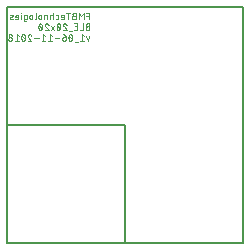
<source format=gbr>
G04 EAGLE Gerber X2 export*
%TF.Part,Single*%
%TF.FileFunction,Legend,Bot,1*%
%TF.FilePolarity,Positive*%
%TF.GenerationSoftware,Autodesk,EAGLE,9.0.0*%
%TF.CreationDate,2018-06-19T20:39:02Z*%
G75*
%MOMM*%
%FSLAX34Y34*%
%LPD*%
%AMOC8*
5,1,8,0,0,1.08239X$1,22.5*%
G01*
%ADD10C,0.050800*%
%ADD11C,0.152400*%


D10*
X69746Y189542D02*
X69746Y195130D01*
X67262Y195130D01*
X67262Y192646D02*
X69746Y192646D01*
X64947Y195130D02*
X64947Y189542D01*
X63084Y192026D02*
X64947Y195130D01*
X63084Y192026D02*
X61222Y195130D01*
X61222Y189542D01*
X58336Y192646D02*
X56783Y192646D01*
X56706Y192644D01*
X56628Y192638D01*
X56552Y192629D01*
X56475Y192615D01*
X56400Y192598D01*
X56326Y192577D01*
X56252Y192552D01*
X56180Y192524D01*
X56110Y192492D01*
X56041Y192457D01*
X55974Y192418D01*
X55909Y192376D01*
X55846Y192331D01*
X55785Y192283D01*
X55727Y192232D01*
X55672Y192178D01*
X55619Y192121D01*
X55570Y192062D01*
X55523Y192000D01*
X55479Y191936D01*
X55439Y191870D01*
X55402Y191802D01*
X55368Y191732D01*
X55338Y191661D01*
X55312Y191588D01*
X55289Y191514D01*
X55270Y191439D01*
X55255Y191364D01*
X55243Y191287D01*
X55235Y191210D01*
X55231Y191133D01*
X55231Y191055D01*
X55235Y190978D01*
X55243Y190901D01*
X55255Y190824D01*
X55270Y190749D01*
X55289Y190674D01*
X55312Y190600D01*
X55338Y190527D01*
X55368Y190456D01*
X55402Y190386D01*
X55439Y190318D01*
X55479Y190252D01*
X55523Y190188D01*
X55570Y190126D01*
X55619Y190067D01*
X55672Y190010D01*
X55727Y189956D01*
X55785Y189905D01*
X55846Y189857D01*
X55909Y189812D01*
X55974Y189770D01*
X56041Y189731D01*
X56110Y189696D01*
X56180Y189664D01*
X56252Y189636D01*
X56326Y189611D01*
X56400Y189590D01*
X56475Y189573D01*
X56552Y189559D01*
X56628Y189550D01*
X56706Y189544D01*
X56783Y189542D01*
X58336Y189542D01*
X58336Y195130D01*
X56783Y195130D01*
X56713Y195128D01*
X56644Y195122D01*
X56575Y195112D01*
X56507Y195099D01*
X56439Y195081D01*
X56373Y195060D01*
X56308Y195035D01*
X56244Y195007D01*
X56182Y194975D01*
X56122Y194940D01*
X56064Y194901D01*
X56009Y194859D01*
X55955Y194814D01*
X55905Y194766D01*
X55857Y194716D01*
X55812Y194662D01*
X55770Y194607D01*
X55731Y194549D01*
X55696Y194489D01*
X55664Y194427D01*
X55636Y194363D01*
X55611Y194298D01*
X55590Y194232D01*
X55572Y194164D01*
X55559Y194096D01*
X55549Y194027D01*
X55543Y193958D01*
X55541Y193888D01*
X55543Y193818D01*
X55549Y193749D01*
X55559Y193680D01*
X55572Y193612D01*
X55590Y193544D01*
X55611Y193478D01*
X55636Y193413D01*
X55664Y193349D01*
X55696Y193287D01*
X55731Y193227D01*
X55770Y193169D01*
X55812Y193114D01*
X55857Y193060D01*
X55905Y193010D01*
X55955Y192962D01*
X56009Y192917D01*
X56064Y192875D01*
X56122Y192836D01*
X56182Y192801D01*
X56244Y192769D01*
X56308Y192741D01*
X56373Y192716D01*
X56439Y192695D01*
X56507Y192677D01*
X56575Y192664D01*
X56644Y192654D01*
X56713Y192648D01*
X56783Y192646D01*
X51929Y195130D02*
X51929Y189542D01*
X53481Y195130D02*
X50376Y195130D01*
X47484Y189542D02*
X45932Y189542D01*
X47484Y189542D02*
X47542Y189544D01*
X47601Y189549D01*
X47658Y189558D01*
X47716Y189571D01*
X47772Y189588D01*
X47827Y189607D01*
X47880Y189631D01*
X47933Y189657D01*
X47983Y189687D01*
X48031Y189720D01*
X48077Y189756D01*
X48121Y189794D01*
X48163Y189836D01*
X48201Y189880D01*
X48237Y189926D01*
X48270Y189974D01*
X48300Y190024D01*
X48326Y190077D01*
X48350Y190130D01*
X48369Y190185D01*
X48386Y190241D01*
X48399Y190299D01*
X48408Y190356D01*
X48413Y190415D01*
X48415Y190473D01*
X48416Y190473D02*
X48416Y192026D01*
X48414Y192096D01*
X48408Y192165D01*
X48398Y192234D01*
X48385Y192302D01*
X48367Y192370D01*
X48346Y192436D01*
X48321Y192501D01*
X48293Y192565D01*
X48261Y192627D01*
X48226Y192687D01*
X48187Y192745D01*
X48145Y192800D01*
X48100Y192854D01*
X48052Y192904D01*
X48002Y192952D01*
X47948Y192997D01*
X47893Y193039D01*
X47835Y193078D01*
X47775Y193113D01*
X47713Y193145D01*
X47649Y193173D01*
X47584Y193198D01*
X47518Y193219D01*
X47450Y193237D01*
X47382Y193250D01*
X47313Y193260D01*
X47244Y193266D01*
X47174Y193268D01*
X47104Y193266D01*
X47035Y193260D01*
X46966Y193250D01*
X46898Y193237D01*
X46830Y193219D01*
X46764Y193198D01*
X46699Y193173D01*
X46635Y193145D01*
X46573Y193113D01*
X46513Y193078D01*
X46455Y193039D01*
X46400Y192997D01*
X46346Y192952D01*
X46296Y192904D01*
X46248Y192854D01*
X46203Y192800D01*
X46161Y192745D01*
X46122Y192687D01*
X46087Y192627D01*
X46055Y192565D01*
X46027Y192501D01*
X46002Y192436D01*
X45981Y192370D01*
X45963Y192302D01*
X45950Y192234D01*
X45940Y192165D01*
X45934Y192096D01*
X45932Y192026D01*
X45932Y191405D01*
X48416Y191405D01*
X42723Y189542D02*
X41481Y189542D01*
X42723Y189542D02*
X42781Y189544D01*
X42840Y189549D01*
X42897Y189558D01*
X42955Y189571D01*
X43011Y189588D01*
X43066Y189607D01*
X43119Y189631D01*
X43172Y189657D01*
X43222Y189687D01*
X43270Y189720D01*
X43316Y189756D01*
X43360Y189794D01*
X43402Y189836D01*
X43440Y189880D01*
X43476Y189926D01*
X43509Y189974D01*
X43539Y190024D01*
X43565Y190077D01*
X43589Y190130D01*
X43608Y190185D01*
X43625Y190241D01*
X43638Y190299D01*
X43647Y190356D01*
X43652Y190415D01*
X43654Y190473D01*
X43654Y192336D01*
X43652Y192394D01*
X43647Y192453D01*
X43638Y192510D01*
X43625Y192568D01*
X43608Y192624D01*
X43589Y192679D01*
X43565Y192732D01*
X43539Y192785D01*
X43509Y192835D01*
X43476Y192883D01*
X43440Y192929D01*
X43402Y192973D01*
X43360Y193015D01*
X43316Y193053D01*
X43270Y193089D01*
X43222Y193122D01*
X43172Y193152D01*
X43119Y193178D01*
X43066Y193202D01*
X43011Y193221D01*
X42955Y193238D01*
X42897Y193251D01*
X42840Y193260D01*
X42781Y193265D01*
X42723Y193267D01*
X41481Y193267D01*
X39272Y195130D02*
X39272Y189542D01*
X39272Y193267D02*
X37719Y193267D01*
X37661Y193265D01*
X37602Y193260D01*
X37545Y193251D01*
X37487Y193238D01*
X37431Y193221D01*
X37376Y193202D01*
X37323Y193178D01*
X37270Y193152D01*
X37220Y193122D01*
X37172Y193089D01*
X37126Y193053D01*
X37082Y193015D01*
X37040Y192973D01*
X37002Y192929D01*
X36966Y192883D01*
X36933Y192835D01*
X36903Y192785D01*
X36877Y192732D01*
X36853Y192679D01*
X36834Y192624D01*
X36817Y192568D01*
X36804Y192510D01*
X36795Y192453D01*
X36790Y192394D01*
X36788Y192336D01*
X36788Y189542D01*
X34151Y189542D02*
X34151Y193267D01*
X32599Y193267D01*
X32541Y193265D01*
X32482Y193260D01*
X32425Y193251D01*
X32367Y193238D01*
X32311Y193221D01*
X32256Y193202D01*
X32203Y193178D01*
X32150Y193152D01*
X32100Y193122D01*
X32052Y193089D01*
X32006Y193053D01*
X31962Y193015D01*
X31920Y192973D01*
X31882Y192929D01*
X31846Y192883D01*
X31813Y192835D01*
X31783Y192785D01*
X31757Y192732D01*
X31733Y192679D01*
X31714Y192624D01*
X31697Y192568D01*
X31684Y192510D01*
X31675Y192453D01*
X31670Y192394D01*
X31668Y192336D01*
X31668Y189542D01*
X29213Y190784D02*
X29213Y192026D01*
X29214Y192026D02*
X29212Y192096D01*
X29206Y192165D01*
X29196Y192234D01*
X29183Y192302D01*
X29165Y192370D01*
X29144Y192436D01*
X29119Y192501D01*
X29091Y192565D01*
X29059Y192627D01*
X29024Y192687D01*
X28985Y192745D01*
X28943Y192800D01*
X28898Y192854D01*
X28850Y192904D01*
X28800Y192952D01*
X28746Y192997D01*
X28691Y193039D01*
X28633Y193078D01*
X28573Y193113D01*
X28511Y193145D01*
X28447Y193173D01*
X28382Y193198D01*
X28316Y193219D01*
X28248Y193237D01*
X28180Y193250D01*
X28111Y193260D01*
X28042Y193266D01*
X27972Y193268D01*
X27902Y193266D01*
X27833Y193260D01*
X27764Y193250D01*
X27696Y193237D01*
X27628Y193219D01*
X27562Y193198D01*
X27497Y193173D01*
X27433Y193145D01*
X27371Y193113D01*
X27311Y193078D01*
X27253Y193039D01*
X27198Y192997D01*
X27144Y192952D01*
X27094Y192904D01*
X27046Y192854D01*
X27001Y192800D01*
X26959Y192745D01*
X26920Y192687D01*
X26885Y192627D01*
X26853Y192565D01*
X26825Y192501D01*
X26800Y192436D01*
X26779Y192370D01*
X26761Y192302D01*
X26748Y192234D01*
X26738Y192165D01*
X26732Y192096D01*
X26730Y192026D01*
X26730Y190784D01*
X26732Y190714D01*
X26738Y190645D01*
X26748Y190576D01*
X26761Y190508D01*
X26779Y190440D01*
X26800Y190374D01*
X26825Y190309D01*
X26853Y190245D01*
X26885Y190183D01*
X26920Y190123D01*
X26959Y190065D01*
X27001Y190010D01*
X27046Y189956D01*
X27094Y189906D01*
X27144Y189858D01*
X27198Y189813D01*
X27253Y189771D01*
X27311Y189732D01*
X27371Y189697D01*
X27433Y189665D01*
X27497Y189637D01*
X27562Y189612D01*
X27628Y189591D01*
X27696Y189573D01*
X27764Y189560D01*
X27833Y189550D01*
X27902Y189544D01*
X27972Y189542D01*
X28042Y189544D01*
X28111Y189550D01*
X28180Y189560D01*
X28248Y189573D01*
X28316Y189591D01*
X28382Y189612D01*
X28447Y189637D01*
X28511Y189665D01*
X28573Y189697D01*
X28633Y189732D01*
X28691Y189771D01*
X28746Y189813D01*
X28800Y189858D01*
X28850Y189906D01*
X28898Y189956D01*
X28943Y190010D01*
X28985Y190065D01*
X29024Y190123D01*
X29059Y190183D01*
X29091Y190245D01*
X29119Y190309D01*
X29144Y190374D01*
X29165Y190440D01*
X29183Y190508D01*
X29196Y190576D01*
X29206Y190645D01*
X29212Y190714D01*
X29214Y190784D01*
X24389Y190473D02*
X24389Y195130D01*
X24389Y190473D02*
X24387Y190415D01*
X24382Y190356D01*
X24373Y190299D01*
X24360Y190241D01*
X24343Y190185D01*
X24324Y190130D01*
X24300Y190077D01*
X24274Y190024D01*
X24244Y189974D01*
X24211Y189926D01*
X24175Y189880D01*
X24137Y189836D01*
X24095Y189794D01*
X24051Y189756D01*
X24005Y189720D01*
X23957Y189687D01*
X23907Y189657D01*
X23854Y189631D01*
X23801Y189607D01*
X23746Y189588D01*
X23690Y189571D01*
X23632Y189558D01*
X23575Y189549D01*
X23516Y189544D01*
X23458Y189542D01*
X21532Y190784D02*
X21532Y192026D01*
X21533Y192026D02*
X21531Y192096D01*
X21525Y192165D01*
X21515Y192234D01*
X21502Y192302D01*
X21484Y192370D01*
X21463Y192436D01*
X21438Y192501D01*
X21410Y192565D01*
X21378Y192627D01*
X21343Y192687D01*
X21304Y192745D01*
X21262Y192800D01*
X21217Y192854D01*
X21169Y192904D01*
X21119Y192952D01*
X21065Y192997D01*
X21010Y193039D01*
X20952Y193078D01*
X20892Y193113D01*
X20830Y193145D01*
X20766Y193173D01*
X20701Y193198D01*
X20635Y193219D01*
X20567Y193237D01*
X20499Y193250D01*
X20430Y193260D01*
X20361Y193266D01*
X20291Y193268D01*
X20221Y193266D01*
X20152Y193260D01*
X20083Y193250D01*
X20015Y193237D01*
X19947Y193219D01*
X19881Y193198D01*
X19816Y193173D01*
X19752Y193145D01*
X19690Y193113D01*
X19630Y193078D01*
X19572Y193039D01*
X19517Y192997D01*
X19463Y192952D01*
X19413Y192904D01*
X19365Y192854D01*
X19320Y192800D01*
X19278Y192745D01*
X19239Y192687D01*
X19204Y192627D01*
X19172Y192565D01*
X19144Y192501D01*
X19119Y192436D01*
X19098Y192370D01*
X19080Y192302D01*
X19067Y192234D01*
X19057Y192165D01*
X19051Y192096D01*
X19049Y192026D01*
X19049Y190784D01*
X19051Y190714D01*
X19057Y190645D01*
X19067Y190576D01*
X19080Y190508D01*
X19098Y190440D01*
X19119Y190374D01*
X19144Y190309D01*
X19172Y190245D01*
X19204Y190183D01*
X19239Y190123D01*
X19278Y190065D01*
X19320Y190010D01*
X19365Y189956D01*
X19413Y189906D01*
X19463Y189858D01*
X19517Y189813D01*
X19572Y189771D01*
X19630Y189732D01*
X19690Y189697D01*
X19752Y189665D01*
X19816Y189637D01*
X19881Y189612D01*
X19947Y189591D01*
X20015Y189573D01*
X20083Y189560D01*
X20152Y189550D01*
X20221Y189544D01*
X20291Y189542D01*
X20361Y189544D01*
X20430Y189550D01*
X20499Y189560D01*
X20567Y189573D01*
X20635Y189591D01*
X20701Y189612D01*
X20766Y189637D01*
X20830Y189665D01*
X20892Y189697D01*
X20952Y189732D01*
X21010Y189771D01*
X21065Y189813D01*
X21119Y189858D01*
X21169Y189906D01*
X21217Y189956D01*
X21262Y190010D01*
X21304Y190065D01*
X21343Y190123D01*
X21378Y190183D01*
X21410Y190245D01*
X21438Y190309D01*
X21463Y190374D01*
X21484Y190440D01*
X21502Y190508D01*
X21515Y190576D01*
X21525Y190645D01*
X21531Y190714D01*
X21533Y190784D01*
X15875Y189542D02*
X14323Y189542D01*
X15875Y189542D02*
X15933Y189544D01*
X15992Y189549D01*
X16049Y189558D01*
X16107Y189571D01*
X16163Y189588D01*
X16218Y189607D01*
X16271Y189631D01*
X16324Y189657D01*
X16374Y189687D01*
X16422Y189720D01*
X16468Y189756D01*
X16512Y189794D01*
X16554Y189836D01*
X16592Y189880D01*
X16628Y189926D01*
X16661Y189974D01*
X16691Y190024D01*
X16717Y190077D01*
X16741Y190130D01*
X16760Y190185D01*
X16777Y190241D01*
X16790Y190299D01*
X16799Y190356D01*
X16804Y190415D01*
X16806Y190473D01*
X16806Y192336D01*
X16804Y192394D01*
X16799Y192453D01*
X16790Y192510D01*
X16777Y192568D01*
X16760Y192624D01*
X16741Y192679D01*
X16717Y192732D01*
X16691Y192785D01*
X16661Y192835D01*
X16628Y192883D01*
X16592Y192929D01*
X16554Y192973D01*
X16512Y193015D01*
X16468Y193053D01*
X16422Y193089D01*
X16374Y193122D01*
X16324Y193152D01*
X16271Y193178D01*
X16218Y193202D01*
X16163Y193221D01*
X16107Y193238D01*
X16049Y193251D01*
X15992Y193260D01*
X15933Y193265D01*
X15875Y193267D01*
X14323Y193267D01*
X14323Y188611D01*
X14325Y188550D01*
X14331Y188489D01*
X14341Y188429D01*
X14355Y188370D01*
X14372Y188312D01*
X14394Y188255D01*
X14419Y188199D01*
X14448Y188146D01*
X14480Y188094D01*
X14515Y188044D01*
X14554Y187997D01*
X14596Y187953D01*
X14640Y187911D01*
X14687Y187872D01*
X14737Y187837D01*
X14788Y187805D01*
X14842Y187776D01*
X14898Y187751D01*
X14955Y187729D01*
X15013Y187712D01*
X15072Y187698D01*
X15132Y187688D01*
X15193Y187682D01*
X15254Y187680D01*
X15254Y187679D02*
X16496Y187679D01*
X11878Y189542D02*
X11878Y193267D01*
X12033Y194820D02*
X12033Y195130D01*
X11723Y195130D01*
X11723Y194820D01*
X12033Y194820D01*
X8714Y189542D02*
X7162Y189542D01*
X8714Y189542D02*
X8772Y189544D01*
X8831Y189549D01*
X8888Y189558D01*
X8946Y189571D01*
X9002Y189588D01*
X9057Y189607D01*
X9110Y189631D01*
X9163Y189657D01*
X9213Y189687D01*
X9261Y189720D01*
X9307Y189756D01*
X9351Y189794D01*
X9393Y189836D01*
X9431Y189880D01*
X9467Y189926D01*
X9500Y189974D01*
X9530Y190024D01*
X9556Y190077D01*
X9580Y190130D01*
X9599Y190185D01*
X9616Y190241D01*
X9629Y190299D01*
X9638Y190356D01*
X9643Y190415D01*
X9645Y190473D01*
X9645Y192026D01*
X9646Y192026D02*
X9644Y192096D01*
X9638Y192165D01*
X9628Y192234D01*
X9615Y192302D01*
X9597Y192370D01*
X9576Y192436D01*
X9551Y192501D01*
X9523Y192565D01*
X9491Y192627D01*
X9456Y192687D01*
X9417Y192745D01*
X9375Y192800D01*
X9330Y192854D01*
X9282Y192904D01*
X9232Y192952D01*
X9178Y192997D01*
X9123Y193039D01*
X9065Y193078D01*
X9005Y193113D01*
X8943Y193145D01*
X8879Y193173D01*
X8814Y193198D01*
X8748Y193219D01*
X8680Y193237D01*
X8612Y193250D01*
X8543Y193260D01*
X8474Y193266D01*
X8404Y193268D01*
X8334Y193266D01*
X8265Y193260D01*
X8196Y193250D01*
X8128Y193237D01*
X8060Y193219D01*
X7994Y193198D01*
X7929Y193173D01*
X7865Y193145D01*
X7803Y193113D01*
X7743Y193078D01*
X7685Y193039D01*
X7630Y192997D01*
X7576Y192952D01*
X7526Y192904D01*
X7478Y192854D01*
X7433Y192800D01*
X7391Y192745D01*
X7352Y192687D01*
X7317Y192627D01*
X7285Y192565D01*
X7257Y192501D01*
X7232Y192436D01*
X7211Y192370D01*
X7193Y192302D01*
X7180Y192234D01*
X7170Y192165D01*
X7164Y192096D01*
X7162Y192026D01*
X7162Y191405D01*
X9645Y191405D01*
X4425Y191715D02*
X2873Y191094D01*
X4425Y191715D02*
X4476Y191737D01*
X4525Y191763D01*
X4573Y191792D01*
X4618Y191825D01*
X4661Y191861D01*
X4702Y191899D01*
X4739Y191941D01*
X4774Y191984D01*
X4806Y192030D01*
X4834Y192079D01*
X4859Y192129D01*
X4880Y192180D01*
X4898Y192233D01*
X4912Y192287D01*
X4922Y192342D01*
X4928Y192398D01*
X4931Y192453D01*
X4930Y192509D01*
X4924Y192565D01*
X4915Y192620D01*
X4903Y192674D01*
X4886Y192728D01*
X4866Y192780D01*
X4842Y192830D01*
X4815Y192879D01*
X4784Y192926D01*
X4750Y192970D01*
X4714Y193012D01*
X4674Y193052D01*
X4632Y193088D01*
X4587Y193122D01*
X4540Y193152D01*
X4492Y193179D01*
X4441Y193203D01*
X4389Y193223D01*
X4335Y193239D01*
X4281Y193252D01*
X4226Y193261D01*
X4170Y193266D01*
X4114Y193267D01*
X4115Y193268D02*
X4004Y193264D01*
X3893Y193258D01*
X3783Y193247D01*
X3673Y193233D01*
X3563Y193216D01*
X3454Y193196D01*
X3346Y193172D01*
X3239Y193144D01*
X3132Y193113D01*
X3027Y193079D01*
X2922Y193042D01*
X2819Y193001D01*
X2717Y192957D01*
X2873Y191094D02*
X2822Y191072D01*
X2773Y191046D01*
X2725Y191017D01*
X2680Y190984D01*
X2637Y190948D01*
X2596Y190910D01*
X2559Y190868D01*
X2524Y190825D01*
X2492Y190779D01*
X2464Y190730D01*
X2439Y190680D01*
X2418Y190629D01*
X2400Y190576D01*
X2386Y190522D01*
X2376Y190467D01*
X2370Y190411D01*
X2367Y190356D01*
X2368Y190300D01*
X2374Y190244D01*
X2383Y190189D01*
X2395Y190135D01*
X2412Y190081D01*
X2432Y190029D01*
X2456Y189979D01*
X2483Y189930D01*
X2514Y189883D01*
X2548Y189839D01*
X2584Y189797D01*
X2624Y189757D01*
X2666Y189721D01*
X2711Y189687D01*
X2758Y189657D01*
X2806Y189630D01*
X2857Y189606D01*
X2909Y189586D01*
X2963Y189570D01*
X3017Y189557D01*
X3072Y189548D01*
X3128Y189543D01*
X3184Y189542D01*
X3183Y189542D02*
X3317Y189545D01*
X3451Y189552D01*
X3585Y189563D01*
X3718Y189576D01*
X3851Y189594D01*
X3984Y189614D01*
X4116Y189638D01*
X4247Y189666D01*
X4378Y189696D01*
X4507Y189730D01*
X4636Y189768D01*
X4764Y189808D01*
X4891Y189852D01*
X68194Y183502D02*
X69746Y183502D01*
X68194Y183502D02*
X68117Y183500D01*
X68039Y183494D01*
X67963Y183485D01*
X67886Y183471D01*
X67811Y183454D01*
X67737Y183433D01*
X67663Y183408D01*
X67591Y183380D01*
X67521Y183348D01*
X67452Y183313D01*
X67385Y183274D01*
X67320Y183232D01*
X67257Y183187D01*
X67196Y183139D01*
X67138Y183088D01*
X67083Y183034D01*
X67030Y182977D01*
X66981Y182918D01*
X66934Y182856D01*
X66890Y182792D01*
X66850Y182726D01*
X66813Y182658D01*
X66779Y182588D01*
X66749Y182517D01*
X66723Y182444D01*
X66700Y182370D01*
X66681Y182295D01*
X66666Y182220D01*
X66654Y182143D01*
X66646Y182066D01*
X66642Y181989D01*
X66642Y181911D01*
X66646Y181834D01*
X66654Y181757D01*
X66666Y181680D01*
X66681Y181605D01*
X66700Y181530D01*
X66723Y181456D01*
X66749Y181383D01*
X66779Y181312D01*
X66813Y181242D01*
X66850Y181174D01*
X66890Y181108D01*
X66934Y181044D01*
X66981Y180982D01*
X67030Y180923D01*
X67083Y180866D01*
X67138Y180812D01*
X67196Y180761D01*
X67257Y180713D01*
X67320Y180668D01*
X67385Y180626D01*
X67452Y180587D01*
X67521Y180552D01*
X67591Y180520D01*
X67663Y180492D01*
X67737Y180467D01*
X67811Y180446D01*
X67886Y180429D01*
X67963Y180415D01*
X68039Y180406D01*
X68117Y180400D01*
X68194Y180398D01*
X69746Y180398D01*
X69746Y185986D01*
X68194Y185986D01*
X68124Y185984D01*
X68055Y185978D01*
X67986Y185968D01*
X67918Y185955D01*
X67850Y185937D01*
X67784Y185916D01*
X67719Y185891D01*
X67655Y185863D01*
X67593Y185831D01*
X67533Y185796D01*
X67475Y185757D01*
X67420Y185715D01*
X67366Y185670D01*
X67316Y185622D01*
X67268Y185572D01*
X67223Y185518D01*
X67181Y185463D01*
X67142Y185405D01*
X67107Y185345D01*
X67075Y185283D01*
X67047Y185219D01*
X67022Y185154D01*
X67001Y185088D01*
X66983Y185020D01*
X66970Y184952D01*
X66960Y184883D01*
X66954Y184814D01*
X66952Y184744D01*
X66954Y184674D01*
X66960Y184605D01*
X66970Y184536D01*
X66983Y184468D01*
X67001Y184400D01*
X67022Y184334D01*
X67047Y184269D01*
X67075Y184205D01*
X67107Y184143D01*
X67142Y184083D01*
X67181Y184025D01*
X67223Y183970D01*
X67268Y183916D01*
X67316Y183866D01*
X67366Y183818D01*
X67420Y183773D01*
X67475Y183731D01*
X67533Y183692D01*
X67593Y183657D01*
X67655Y183625D01*
X67719Y183597D01*
X67784Y183572D01*
X67850Y183551D01*
X67918Y183533D01*
X67986Y183520D01*
X68055Y183510D01*
X68124Y183504D01*
X68194Y183502D01*
X64332Y185986D02*
X64332Y180398D01*
X61848Y180398D01*
X59577Y180398D02*
X57093Y180398D01*
X59577Y180398D02*
X59577Y185986D01*
X57093Y185986D01*
X57714Y183502D02*
X59577Y183502D01*
X55254Y179777D02*
X52771Y179777D01*
X47522Y184589D02*
X47524Y184662D01*
X47530Y184735D01*
X47539Y184808D01*
X47553Y184879D01*
X47570Y184951D01*
X47590Y185021D01*
X47615Y185090D01*
X47643Y185157D01*
X47674Y185223D01*
X47709Y185288D01*
X47747Y185350D01*
X47789Y185410D01*
X47833Y185468D01*
X47881Y185524D01*
X47931Y185577D01*
X47984Y185627D01*
X48040Y185675D01*
X48098Y185719D01*
X48158Y185761D01*
X48221Y185799D01*
X48285Y185834D01*
X48351Y185865D01*
X48418Y185893D01*
X48487Y185918D01*
X48557Y185938D01*
X48629Y185955D01*
X48700Y185969D01*
X48773Y185978D01*
X48846Y185984D01*
X48919Y185986D01*
X49003Y185984D01*
X49086Y185978D01*
X49169Y185969D01*
X49251Y185955D01*
X49333Y185938D01*
X49414Y185916D01*
X49494Y185891D01*
X49572Y185863D01*
X49650Y185831D01*
X49725Y185795D01*
X49799Y185756D01*
X49871Y185713D01*
X49941Y185667D01*
X50008Y185618D01*
X50074Y185565D01*
X50136Y185510D01*
X50196Y185452D01*
X50254Y185391D01*
X50308Y185328D01*
X50360Y185262D01*
X50408Y185194D01*
X50453Y185123D01*
X50495Y185051D01*
X50533Y184976D01*
X50568Y184900D01*
X50599Y184823D01*
X50627Y184744D01*
X47989Y183503D02*
X47935Y183556D01*
X47884Y183613D01*
X47836Y183672D01*
X47791Y183733D01*
X47750Y183796D01*
X47711Y183862D01*
X47676Y183929D01*
X47644Y183998D01*
X47616Y184069D01*
X47592Y184140D01*
X47571Y184213D01*
X47554Y184287D01*
X47540Y184362D01*
X47531Y184437D01*
X47525Y184513D01*
X47523Y184589D01*
X47988Y183502D02*
X50627Y180398D01*
X47522Y180398D01*
X45140Y183192D02*
X45138Y183323D01*
X45133Y183453D01*
X45123Y183583D01*
X45110Y183713D01*
X45094Y183843D01*
X45074Y183972D01*
X45050Y184100D01*
X45022Y184227D01*
X44991Y184354D01*
X44956Y184480D01*
X44918Y184605D01*
X44876Y184729D01*
X44831Y184851D01*
X44782Y184972D01*
X44730Y185092D01*
X44674Y185210D01*
X44675Y185210D02*
X44652Y185270D01*
X44626Y185330D01*
X44597Y185387D01*
X44564Y185443D01*
X44528Y185497D01*
X44490Y185549D01*
X44448Y185599D01*
X44404Y185646D01*
X44357Y185691D01*
X44307Y185733D01*
X44256Y185772D01*
X44202Y185808D01*
X44146Y185841D01*
X44089Y185871D01*
X44030Y185898D01*
X43969Y185921D01*
X43908Y185941D01*
X43845Y185957D01*
X43781Y185970D01*
X43717Y185979D01*
X43653Y185984D01*
X43588Y185986D01*
X43523Y185984D01*
X43459Y185979D01*
X43395Y185970D01*
X43331Y185957D01*
X43268Y185941D01*
X43207Y185921D01*
X43146Y185898D01*
X43087Y185871D01*
X43030Y185841D01*
X42974Y185808D01*
X42920Y185772D01*
X42869Y185733D01*
X42819Y185691D01*
X42772Y185646D01*
X42728Y185599D01*
X42686Y185549D01*
X42648Y185497D01*
X42612Y185443D01*
X42579Y185387D01*
X42550Y185330D01*
X42524Y185270D01*
X42501Y185210D01*
X42502Y185210D02*
X42446Y185092D01*
X42394Y184972D01*
X42345Y184851D01*
X42300Y184729D01*
X42258Y184605D01*
X42220Y184480D01*
X42185Y184354D01*
X42154Y184228D01*
X42126Y184100D01*
X42102Y183972D01*
X42082Y183843D01*
X42066Y183713D01*
X42053Y183583D01*
X42043Y183453D01*
X42038Y183323D01*
X42036Y183192D01*
X45140Y183192D02*
X45138Y183061D01*
X45133Y182931D01*
X45123Y182801D01*
X45110Y182671D01*
X45094Y182541D01*
X45074Y182413D01*
X45050Y182284D01*
X45022Y182157D01*
X44991Y182030D01*
X44956Y181904D01*
X44918Y181779D01*
X44876Y181656D01*
X44831Y181533D01*
X44782Y181412D01*
X44730Y181292D01*
X44674Y181174D01*
X44675Y181174D02*
X44652Y181114D01*
X44626Y181054D01*
X44597Y180997D01*
X44564Y180941D01*
X44528Y180887D01*
X44490Y180835D01*
X44448Y180785D01*
X44404Y180738D01*
X44357Y180693D01*
X44307Y180651D01*
X44256Y180612D01*
X44202Y180576D01*
X44146Y180543D01*
X44089Y180513D01*
X44030Y180486D01*
X43969Y180463D01*
X43908Y180443D01*
X43845Y180427D01*
X43781Y180414D01*
X43717Y180405D01*
X43653Y180400D01*
X43588Y180398D01*
X42502Y181174D02*
X42446Y181292D01*
X42394Y181412D01*
X42345Y181533D01*
X42300Y181655D01*
X42258Y181779D01*
X42220Y181904D01*
X42185Y182030D01*
X42154Y182156D01*
X42126Y182284D01*
X42102Y182412D01*
X42082Y182541D01*
X42066Y182671D01*
X42053Y182801D01*
X42043Y182931D01*
X42038Y183061D01*
X42036Y183192D01*
X42501Y181174D02*
X42524Y181114D01*
X42550Y181054D01*
X42579Y180997D01*
X42612Y180941D01*
X42648Y180887D01*
X42686Y180835D01*
X42728Y180785D01*
X42772Y180738D01*
X42819Y180693D01*
X42869Y180651D01*
X42920Y180612D01*
X42974Y180576D01*
X43030Y180543D01*
X43087Y180513D01*
X43146Y180486D01*
X43207Y180463D01*
X43268Y180443D01*
X43331Y180427D01*
X43395Y180414D01*
X43459Y180405D01*
X43523Y180400D01*
X43588Y180398D01*
X44830Y181640D02*
X42346Y184744D01*
X37409Y184123D02*
X39892Y180398D01*
X37409Y180398D02*
X39892Y184123D01*
X33558Y185986D02*
X33485Y185984D01*
X33412Y185978D01*
X33339Y185969D01*
X33268Y185955D01*
X33196Y185938D01*
X33126Y185918D01*
X33057Y185893D01*
X32990Y185865D01*
X32924Y185834D01*
X32860Y185799D01*
X32797Y185761D01*
X32737Y185719D01*
X32679Y185675D01*
X32623Y185627D01*
X32570Y185577D01*
X32520Y185524D01*
X32472Y185468D01*
X32428Y185410D01*
X32386Y185350D01*
X32348Y185288D01*
X32313Y185223D01*
X32282Y185157D01*
X32254Y185090D01*
X32229Y185021D01*
X32209Y184951D01*
X32192Y184879D01*
X32178Y184808D01*
X32169Y184735D01*
X32163Y184662D01*
X32161Y184589D01*
X33558Y185986D02*
X33642Y185984D01*
X33725Y185978D01*
X33808Y185969D01*
X33890Y185955D01*
X33972Y185938D01*
X34053Y185916D01*
X34133Y185891D01*
X34211Y185863D01*
X34289Y185831D01*
X34364Y185795D01*
X34438Y185756D01*
X34510Y185713D01*
X34580Y185667D01*
X34647Y185618D01*
X34713Y185565D01*
X34775Y185510D01*
X34835Y185452D01*
X34893Y185391D01*
X34947Y185328D01*
X34999Y185262D01*
X35047Y185194D01*
X35092Y185123D01*
X35134Y185051D01*
X35172Y184976D01*
X35207Y184900D01*
X35238Y184823D01*
X35266Y184744D01*
X32627Y183503D02*
X32573Y183556D01*
X32522Y183613D01*
X32474Y183672D01*
X32429Y183733D01*
X32388Y183796D01*
X32349Y183862D01*
X32314Y183929D01*
X32282Y183998D01*
X32254Y184069D01*
X32230Y184140D01*
X32209Y184213D01*
X32192Y184287D01*
X32178Y184362D01*
X32169Y184437D01*
X32163Y184513D01*
X32161Y184589D01*
X32626Y183502D02*
X35265Y180398D01*
X32161Y180398D01*
X29779Y183192D02*
X29777Y183323D01*
X29772Y183453D01*
X29762Y183583D01*
X29749Y183713D01*
X29733Y183843D01*
X29713Y183972D01*
X29689Y184100D01*
X29661Y184227D01*
X29630Y184354D01*
X29595Y184480D01*
X29557Y184605D01*
X29515Y184729D01*
X29470Y184851D01*
X29421Y184972D01*
X29369Y185092D01*
X29313Y185210D01*
X29290Y185270D01*
X29264Y185330D01*
X29235Y185387D01*
X29202Y185443D01*
X29166Y185497D01*
X29128Y185549D01*
X29086Y185599D01*
X29042Y185646D01*
X28995Y185691D01*
X28945Y185733D01*
X28894Y185772D01*
X28840Y185808D01*
X28784Y185841D01*
X28727Y185871D01*
X28668Y185898D01*
X28607Y185921D01*
X28546Y185941D01*
X28483Y185957D01*
X28419Y185970D01*
X28355Y185979D01*
X28291Y185984D01*
X28226Y185986D01*
X28161Y185984D01*
X28097Y185979D01*
X28033Y185970D01*
X27969Y185957D01*
X27906Y185941D01*
X27845Y185921D01*
X27784Y185898D01*
X27725Y185871D01*
X27668Y185841D01*
X27612Y185808D01*
X27558Y185772D01*
X27507Y185733D01*
X27457Y185691D01*
X27410Y185646D01*
X27366Y185599D01*
X27324Y185549D01*
X27286Y185497D01*
X27250Y185443D01*
X27217Y185387D01*
X27188Y185330D01*
X27162Y185270D01*
X27139Y185210D01*
X27140Y185210D02*
X27084Y185092D01*
X27032Y184972D01*
X26983Y184851D01*
X26938Y184729D01*
X26896Y184605D01*
X26858Y184480D01*
X26823Y184354D01*
X26792Y184228D01*
X26764Y184100D01*
X26740Y183972D01*
X26720Y183843D01*
X26704Y183713D01*
X26691Y183583D01*
X26681Y183453D01*
X26676Y183323D01*
X26674Y183192D01*
X29778Y183192D02*
X29776Y183061D01*
X29771Y182931D01*
X29761Y182801D01*
X29748Y182671D01*
X29732Y182541D01*
X29712Y182413D01*
X29688Y182284D01*
X29660Y182157D01*
X29629Y182030D01*
X29594Y181904D01*
X29556Y181779D01*
X29514Y181656D01*
X29469Y181533D01*
X29420Y181412D01*
X29368Y181292D01*
X29312Y181174D01*
X29313Y181174D02*
X29290Y181114D01*
X29264Y181054D01*
X29235Y180997D01*
X29202Y180941D01*
X29166Y180887D01*
X29128Y180835D01*
X29086Y180785D01*
X29042Y180738D01*
X28995Y180693D01*
X28945Y180651D01*
X28894Y180612D01*
X28840Y180576D01*
X28784Y180543D01*
X28727Y180513D01*
X28668Y180486D01*
X28607Y180463D01*
X28546Y180443D01*
X28483Y180427D01*
X28419Y180414D01*
X28355Y180405D01*
X28291Y180400D01*
X28226Y180398D01*
X27140Y181174D02*
X27084Y181292D01*
X27032Y181412D01*
X26983Y181533D01*
X26938Y181655D01*
X26896Y181779D01*
X26858Y181904D01*
X26823Y182030D01*
X26792Y182156D01*
X26764Y182284D01*
X26740Y182412D01*
X26720Y182541D01*
X26704Y182671D01*
X26691Y182801D01*
X26681Y182931D01*
X26676Y183061D01*
X26674Y183192D01*
X27139Y181174D02*
X27162Y181114D01*
X27188Y181054D01*
X27217Y180997D01*
X27250Y180941D01*
X27286Y180887D01*
X27324Y180835D01*
X27366Y180785D01*
X27410Y180738D01*
X27457Y180693D01*
X27507Y180651D01*
X27558Y180612D01*
X27612Y180576D01*
X27668Y180543D01*
X27725Y180513D01*
X27784Y180486D01*
X27845Y180463D01*
X27906Y180443D01*
X27969Y180427D01*
X28033Y180414D01*
X28097Y180405D01*
X28161Y180400D01*
X28226Y180398D01*
X29468Y181640D02*
X26985Y184744D01*
X68504Y171254D02*
X69746Y174979D01*
X67262Y174979D02*
X68504Y171254D01*
X65119Y175600D02*
X63567Y176842D01*
X63567Y171254D01*
X65119Y171254D02*
X62014Y171254D01*
X59871Y170633D02*
X57387Y170633D01*
X55243Y174048D02*
X55241Y174179D01*
X55236Y174309D01*
X55226Y174439D01*
X55213Y174569D01*
X55197Y174699D01*
X55177Y174828D01*
X55153Y174956D01*
X55125Y175083D01*
X55094Y175210D01*
X55059Y175336D01*
X55021Y175461D01*
X54979Y175585D01*
X54934Y175707D01*
X54885Y175828D01*
X54833Y175948D01*
X54777Y176066D01*
X54778Y176066D02*
X54755Y176126D01*
X54729Y176186D01*
X54700Y176243D01*
X54667Y176299D01*
X54631Y176353D01*
X54593Y176405D01*
X54551Y176455D01*
X54507Y176502D01*
X54460Y176547D01*
X54410Y176589D01*
X54359Y176628D01*
X54305Y176664D01*
X54249Y176697D01*
X54192Y176727D01*
X54133Y176754D01*
X54072Y176777D01*
X54011Y176797D01*
X53948Y176813D01*
X53884Y176826D01*
X53820Y176835D01*
X53756Y176840D01*
X53691Y176842D01*
X53626Y176840D01*
X53562Y176835D01*
X53498Y176826D01*
X53434Y176813D01*
X53371Y176797D01*
X53310Y176777D01*
X53249Y176754D01*
X53190Y176727D01*
X53133Y176697D01*
X53077Y176664D01*
X53023Y176628D01*
X52972Y176589D01*
X52922Y176547D01*
X52875Y176502D01*
X52831Y176455D01*
X52789Y176405D01*
X52751Y176353D01*
X52715Y176299D01*
X52682Y176243D01*
X52653Y176186D01*
X52627Y176126D01*
X52604Y176066D01*
X52605Y176066D02*
X52549Y175948D01*
X52497Y175828D01*
X52448Y175707D01*
X52403Y175585D01*
X52361Y175461D01*
X52323Y175336D01*
X52288Y175210D01*
X52257Y175084D01*
X52229Y174956D01*
X52205Y174828D01*
X52185Y174699D01*
X52169Y174569D01*
X52156Y174439D01*
X52146Y174309D01*
X52141Y174179D01*
X52139Y174048D01*
X55243Y174048D02*
X55241Y173917D01*
X55236Y173787D01*
X55226Y173657D01*
X55213Y173527D01*
X55197Y173397D01*
X55177Y173269D01*
X55153Y173140D01*
X55125Y173013D01*
X55094Y172886D01*
X55059Y172760D01*
X55021Y172635D01*
X54979Y172512D01*
X54934Y172389D01*
X54885Y172268D01*
X54833Y172148D01*
X54777Y172030D01*
X54778Y172030D02*
X54755Y171970D01*
X54729Y171910D01*
X54700Y171853D01*
X54667Y171797D01*
X54631Y171743D01*
X54593Y171691D01*
X54551Y171641D01*
X54507Y171594D01*
X54460Y171549D01*
X54410Y171507D01*
X54359Y171468D01*
X54305Y171432D01*
X54249Y171399D01*
X54192Y171369D01*
X54133Y171342D01*
X54072Y171319D01*
X54011Y171299D01*
X53948Y171283D01*
X53884Y171270D01*
X53820Y171261D01*
X53756Y171256D01*
X53691Y171254D01*
X52605Y172030D02*
X52549Y172148D01*
X52497Y172268D01*
X52448Y172389D01*
X52403Y172511D01*
X52361Y172635D01*
X52323Y172760D01*
X52288Y172886D01*
X52257Y173012D01*
X52229Y173140D01*
X52205Y173268D01*
X52185Y173397D01*
X52169Y173527D01*
X52156Y173657D01*
X52146Y173787D01*
X52141Y173917D01*
X52139Y174048D01*
X52604Y172030D02*
X52627Y171970D01*
X52653Y171910D01*
X52682Y171853D01*
X52715Y171797D01*
X52751Y171743D01*
X52789Y171691D01*
X52831Y171641D01*
X52875Y171594D01*
X52922Y171549D01*
X52972Y171507D01*
X53023Y171468D01*
X53077Y171432D01*
X53133Y171399D01*
X53190Y171369D01*
X53249Y171342D01*
X53310Y171319D01*
X53371Y171299D01*
X53434Y171283D01*
X53498Y171270D01*
X53562Y171261D01*
X53626Y171256D01*
X53691Y171254D01*
X54933Y172496D02*
X52449Y175600D01*
X49757Y174358D02*
X47894Y174358D01*
X47894Y174359D02*
X47824Y174357D01*
X47755Y174351D01*
X47686Y174341D01*
X47618Y174328D01*
X47550Y174310D01*
X47484Y174289D01*
X47419Y174264D01*
X47355Y174236D01*
X47293Y174204D01*
X47233Y174169D01*
X47175Y174130D01*
X47120Y174088D01*
X47066Y174043D01*
X47016Y173995D01*
X46968Y173945D01*
X46923Y173891D01*
X46881Y173836D01*
X46842Y173778D01*
X46807Y173718D01*
X46775Y173656D01*
X46747Y173592D01*
X46722Y173527D01*
X46701Y173461D01*
X46683Y173393D01*
X46670Y173325D01*
X46660Y173256D01*
X46654Y173187D01*
X46652Y173117D01*
X46652Y172806D01*
X46653Y172806D02*
X46655Y172729D01*
X46661Y172651D01*
X46670Y172575D01*
X46684Y172498D01*
X46701Y172423D01*
X46722Y172349D01*
X46747Y172275D01*
X46775Y172203D01*
X46807Y172133D01*
X46842Y172064D01*
X46881Y171997D01*
X46923Y171932D01*
X46968Y171869D01*
X47016Y171808D01*
X47067Y171750D01*
X47121Y171695D01*
X47178Y171642D01*
X47237Y171593D01*
X47299Y171546D01*
X47363Y171502D01*
X47429Y171462D01*
X47497Y171425D01*
X47567Y171391D01*
X47638Y171361D01*
X47711Y171335D01*
X47785Y171312D01*
X47860Y171293D01*
X47935Y171278D01*
X48012Y171266D01*
X48089Y171258D01*
X48166Y171254D01*
X48244Y171254D01*
X48321Y171258D01*
X48398Y171266D01*
X48475Y171278D01*
X48550Y171293D01*
X48625Y171312D01*
X48699Y171335D01*
X48772Y171361D01*
X48843Y171391D01*
X48913Y171425D01*
X48981Y171462D01*
X49047Y171502D01*
X49111Y171546D01*
X49173Y171593D01*
X49232Y171642D01*
X49289Y171695D01*
X49343Y171750D01*
X49394Y171808D01*
X49442Y171869D01*
X49487Y171932D01*
X49529Y171997D01*
X49568Y172064D01*
X49603Y172133D01*
X49635Y172203D01*
X49663Y172275D01*
X49688Y172349D01*
X49709Y172423D01*
X49726Y172498D01*
X49740Y172575D01*
X49749Y172651D01*
X49755Y172729D01*
X49757Y172806D01*
X49757Y174358D01*
X49755Y174456D01*
X49749Y174553D01*
X49740Y174650D01*
X49726Y174747D01*
X49709Y174843D01*
X49688Y174938D01*
X49664Y175032D01*
X49635Y175126D01*
X49603Y175218D01*
X49568Y175309D01*
X49529Y175398D01*
X49486Y175486D01*
X49440Y175572D01*
X49391Y175656D01*
X49338Y175738D01*
X49283Y175818D01*
X49224Y175896D01*
X49162Y175971D01*
X49097Y176044D01*
X49029Y176114D01*
X48959Y176182D01*
X48886Y176247D01*
X48811Y176309D01*
X48733Y176368D01*
X48653Y176423D01*
X48571Y176476D01*
X48487Y176525D01*
X48401Y176571D01*
X48313Y176614D01*
X48224Y176653D01*
X48133Y176688D01*
X48041Y176720D01*
X47947Y176749D01*
X47853Y176773D01*
X47758Y176794D01*
X47662Y176811D01*
X47565Y176825D01*
X47468Y176834D01*
X47371Y176840D01*
X47273Y176842D01*
X44215Y173427D02*
X40490Y173427D01*
X38053Y175600D02*
X36500Y176842D01*
X36500Y171254D01*
X34948Y171254D02*
X38053Y171254D01*
X32566Y175600D02*
X31014Y176842D01*
X31014Y171254D01*
X32566Y171254D02*
X29462Y171254D01*
X27025Y173427D02*
X23299Y173427D01*
X19155Y176842D02*
X19082Y176840D01*
X19009Y176834D01*
X18936Y176825D01*
X18865Y176811D01*
X18793Y176794D01*
X18723Y176774D01*
X18654Y176749D01*
X18587Y176721D01*
X18521Y176690D01*
X18457Y176655D01*
X18394Y176617D01*
X18334Y176575D01*
X18276Y176531D01*
X18220Y176483D01*
X18167Y176433D01*
X18117Y176380D01*
X18069Y176324D01*
X18025Y176266D01*
X17983Y176206D01*
X17945Y176144D01*
X17910Y176079D01*
X17879Y176013D01*
X17851Y175946D01*
X17826Y175877D01*
X17806Y175807D01*
X17789Y175735D01*
X17775Y175664D01*
X17766Y175591D01*
X17760Y175518D01*
X17758Y175445D01*
X19155Y176842D02*
X19239Y176840D01*
X19322Y176834D01*
X19405Y176825D01*
X19487Y176811D01*
X19569Y176794D01*
X19650Y176772D01*
X19730Y176747D01*
X19808Y176719D01*
X19886Y176687D01*
X19961Y176651D01*
X20035Y176612D01*
X20107Y176569D01*
X20177Y176523D01*
X20244Y176474D01*
X20310Y176421D01*
X20372Y176366D01*
X20432Y176308D01*
X20490Y176247D01*
X20544Y176184D01*
X20596Y176118D01*
X20644Y176050D01*
X20689Y175979D01*
X20731Y175907D01*
X20769Y175832D01*
X20804Y175756D01*
X20835Y175679D01*
X20863Y175600D01*
X18224Y174359D02*
X18170Y174412D01*
X18119Y174469D01*
X18071Y174528D01*
X18026Y174589D01*
X17985Y174652D01*
X17946Y174718D01*
X17911Y174785D01*
X17879Y174854D01*
X17851Y174925D01*
X17827Y174996D01*
X17806Y175069D01*
X17789Y175143D01*
X17775Y175218D01*
X17766Y175293D01*
X17760Y175369D01*
X17758Y175445D01*
X18223Y174358D02*
X20862Y171254D01*
X17758Y171254D01*
X15376Y174048D02*
X15374Y174179D01*
X15369Y174309D01*
X15359Y174439D01*
X15346Y174569D01*
X15330Y174699D01*
X15310Y174828D01*
X15286Y174956D01*
X15258Y175083D01*
X15227Y175210D01*
X15192Y175336D01*
X15154Y175461D01*
X15112Y175585D01*
X15067Y175707D01*
X15018Y175828D01*
X14966Y175948D01*
X14910Y176066D01*
X14887Y176126D01*
X14861Y176186D01*
X14832Y176243D01*
X14799Y176299D01*
X14763Y176353D01*
X14725Y176405D01*
X14683Y176455D01*
X14639Y176502D01*
X14592Y176547D01*
X14542Y176589D01*
X14491Y176628D01*
X14437Y176664D01*
X14381Y176697D01*
X14324Y176727D01*
X14265Y176754D01*
X14204Y176777D01*
X14143Y176797D01*
X14080Y176813D01*
X14016Y176826D01*
X13952Y176835D01*
X13888Y176840D01*
X13823Y176842D01*
X13758Y176840D01*
X13694Y176835D01*
X13630Y176826D01*
X13566Y176813D01*
X13503Y176797D01*
X13442Y176777D01*
X13381Y176754D01*
X13322Y176727D01*
X13265Y176697D01*
X13209Y176664D01*
X13155Y176628D01*
X13104Y176589D01*
X13054Y176547D01*
X13007Y176502D01*
X12963Y176455D01*
X12921Y176405D01*
X12883Y176353D01*
X12847Y176299D01*
X12814Y176243D01*
X12785Y176186D01*
X12759Y176126D01*
X12736Y176066D01*
X12737Y176066D02*
X12681Y175948D01*
X12629Y175828D01*
X12580Y175707D01*
X12535Y175585D01*
X12493Y175461D01*
X12455Y175336D01*
X12420Y175210D01*
X12389Y175084D01*
X12361Y174956D01*
X12337Y174828D01*
X12317Y174699D01*
X12301Y174569D01*
X12288Y174439D01*
X12278Y174309D01*
X12273Y174179D01*
X12271Y174048D01*
X15375Y174048D02*
X15373Y173917D01*
X15368Y173787D01*
X15358Y173657D01*
X15345Y173527D01*
X15329Y173397D01*
X15309Y173269D01*
X15285Y173140D01*
X15257Y173013D01*
X15226Y172886D01*
X15191Y172760D01*
X15153Y172635D01*
X15111Y172512D01*
X15066Y172389D01*
X15017Y172268D01*
X14965Y172148D01*
X14909Y172030D01*
X14910Y172030D02*
X14887Y171970D01*
X14861Y171910D01*
X14832Y171853D01*
X14799Y171797D01*
X14763Y171743D01*
X14725Y171691D01*
X14683Y171641D01*
X14639Y171594D01*
X14592Y171549D01*
X14542Y171507D01*
X14491Y171468D01*
X14437Y171432D01*
X14381Y171399D01*
X14324Y171369D01*
X14265Y171342D01*
X14204Y171319D01*
X14143Y171299D01*
X14080Y171283D01*
X14016Y171270D01*
X13952Y171261D01*
X13888Y171256D01*
X13823Y171254D01*
X12737Y172030D02*
X12681Y172148D01*
X12629Y172268D01*
X12580Y172389D01*
X12535Y172511D01*
X12493Y172635D01*
X12455Y172760D01*
X12420Y172886D01*
X12389Y173012D01*
X12361Y173140D01*
X12337Y173268D01*
X12317Y173397D01*
X12301Y173527D01*
X12288Y173657D01*
X12278Y173787D01*
X12273Y173917D01*
X12271Y174048D01*
X12736Y172030D02*
X12759Y171970D01*
X12785Y171910D01*
X12814Y171853D01*
X12847Y171797D01*
X12883Y171743D01*
X12921Y171691D01*
X12963Y171641D01*
X13007Y171594D01*
X13054Y171549D01*
X13104Y171507D01*
X13155Y171468D01*
X13209Y171432D01*
X13265Y171399D01*
X13322Y171369D01*
X13381Y171342D01*
X13442Y171319D01*
X13503Y171299D01*
X13566Y171283D01*
X13630Y171270D01*
X13694Y171261D01*
X13758Y171256D01*
X13823Y171254D01*
X15065Y172496D02*
X12582Y175600D01*
X9889Y175600D02*
X8337Y176842D01*
X8337Y171254D01*
X9889Y171254D02*
X6785Y171254D01*
X4403Y172806D02*
X4401Y172883D01*
X4395Y172961D01*
X4386Y173037D01*
X4372Y173114D01*
X4355Y173189D01*
X4334Y173263D01*
X4309Y173337D01*
X4281Y173409D01*
X4249Y173479D01*
X4214Y173548D01*
X4175Y173615D01*
X4133Y173680D01*
X4088Y173743D01*
X4040Y173804D01*
X3989Y173862D01*
X3935Y173917D01*
X3878Y173970D01*
X3819Y174019D01*
X3757Y174066D01*
X3693Y174110D01*
X3627Y174150D01*
X3559Y174187D01*
X3489Y174221D01*
X3418Y174251D01*
X3345Y174277D01*
X3271Y174300D01*
X3196Y174319D01*
X3121Y174334D01*
X3044Y174346D01*
X2967Y174354D01*
X2890Y174358D01*
X2812Y174358D01*
X2735Y174354D01*
X2658Y174346D01*
X2581Y174334D01*
X2506Y174319D01*
X2431Y174300D01*
X2357Y174277D01*
X2284Y174251D01*
X2213Y174221D01*
X2143Y174187D01*
X2075Y174150D01*
X2009Y174110D01*
X1945Y174066D01*
X1883Y174019D01*
X1824Y173970D01*
X1767Y173917D01*
X1713Y173862D01*
X1662Y173804D01*
X1614Y173743D01*
X1569Y173680D01*
X1527Y173615D01*
X1488Y173548D01*
X1453Y173479D01*
X1421Y173409D01*
X1393Y173337D01*
X1368Y173263D01*
X1347Y173189D01*
X1330Y173114D01*
X1316Y173037D01*
X1307Y172961D01*
X1301Y172883D01*
X1299Y172806D01*
X1301Y172729D01*
X1307Y172651D01*
X1316Y172575D01*
X1330Y172498D01*
X1347Y172423D01*
X1368Y172349D01*
X1393Y172275D01*
X1421Y172203D01*
X1453Y172133D01*
X1488Y172064D01*
X1527Y171997D01*
X1569Y171932D01*
X1614Y171869D01*
X1662Y171808D01*
X1713Y171750D01*
X1767Y171695D01*
X1824Y171642D01*
X1883Y171593D01*
X1945Y171546D01*
X2009Y171502D01*
X2075Y171462D01*
X2143Y171425D01*
X2213Y171391D01*
X2284Y171361D01*
X2357Y171335D01*
X2431Y171312D01*
X2506Y171293D01*
X2581Y171278D01*
X2658Y171266D01*
X2735Y171258D01*
X2812Y171254D01*
X2890Y171254D01*
X2967Y171258D01*
X3044Y171266D01*
X3121Y171278D01*
X3196Y171293D01*
X3271Y171312D01*
X3345Y171335D01*
X3418Y171361D01*
X3489Y171391D01*
X3559Y171425D01*
X3627Y171462D01*
X3693Y171502D01*
X3757Y171546D01*
X3819Y171593D01*
X3878Y171642D01*
X3935Y171695D01*
X3989Y171750D01*
X4040Y171808D01*
X4088Y171869D01*
X4133Y171932D01*
X4175Y171997D01*
X4214Y172064D01*
X4249Y172133D01*
X4281Y172203D01*
X4309Y172275D01*
X4334Y172349D01*
X4355Y172423D01*
X4372Y172498D01*
X4386Y172575D01*
X4395Y172651D01*
X4401Y172729D01*
X4403Y172806D01*
X4093Y175600D02*
X4091Y175670D01*
X4085Y175739D01*
X4075Y175808D01*
X4062Y175876D01*
X4044Y175944D01*
X4023Y176010D01*
X3998Y176075D01*
X3970Y176139D01*
X3938Y176201D01*
X3903Y176261D01*
X3864Y176319D01*
X3822Y176374D01*
X3777Y176428D01*
X3729Y176478D01*
X3679Y176526D01*
X3625Y176571D01*
X3570Y176613D01*
X3512Y176652D01*
X3452Y176687D01*
X3390Y176719D01*
X3326Y176747D01*
X3261Y176772D01*
X3195Y176793D01*
X3127Y176811D01*
X3059Y176824D01*
X2990Y176834D01*
X2921Y176840D01*
X2851Y176842D01*
X2781Y176840D01*
X2712Y176834D01*
X2643Y176824D01*
X2575Y176811D01*
X2507Y176793D01*
X2441Y176772D01*
X2376Y176747D01*
X2312Y176719D01*
X2250Y176687D01*
X2190Y176652D01*
X2132Y176613D01*
X2077Y176571D01*
X2023Y176526D01*
X1973Y176478D01*
X1925Y176428D01*
X1880Y176374D01*
X1838Y176319D01*
X1799Y176261D01*
X1764Y176201D01*
X1732Y176139D01*
X1704Y176075D01*
X1679Y176010D01*
X1658Y175944D01*
X1640Y175876D01*
X1627Y175808D01*
X1617Y175739D01*
X1611Y175670D01*
X1609Y175600D01*
X1611Y175530D01*
X1617Y175461D01*
X1627Y175392D01*
X1640Y175324D01*
X1658Y175256D01*
X1679Y175190D01*
X1704Y175125D01*
X1732Y175061D01*
X1764Y174999D01*
X1799Y174939D01*
X1838Y174881D01*
X1880Y174826D01*
X1925Y174772D01*
X1973Y174722D01*
X2023Y174674D01*
X2077Y174629D01*
X2132Y174587D01*
X2190Y174548D01*
X2250Y174513D01*
X2312Y174481D01*
X2376Y174453D01*
X2441Y174428D01*
X2507Y174407D01*
X2575Y174389D01*
X2643Y174376D01*
X2712Y174366D01*
X2781Y174360D01*
X2851Y174358D01*
X2921Y174360D01*
X2990Y174366D01*
X3059Y174376D01*
X3127Y174389D01*
X3195Y174407D01*
X3261Y174428D01*
X3326Y174453D01*
X3390Y174481D01*
X3452Y174513D01*
X3512Y174548D01*
X3570Y174587D01*
X3625Y174629D01*
X3679Y174674D01*
X3729Y174722D01*
X3777Y174772D01*
X3822Y174826D01*
X3864Y174881D01*
X3903Y174939D01*
X3938Y174999D01*
X3970Y175061D01*
X3998Y175125D01*
X4023Y175190D01*
X4044Y175256D01*
X4062Y175324D01*
X4075Y175392D01*
X4085Y175461D01*
X4091Y175530D01*
X4093Y175600D01*
D11*
X0Y100000D02*
X0Y0D01*
X0Y100000D02*
X0Y200000D01*
X200000Y200000D01*
X200000Y0D01*
X100000Y0D01*
X0Y0D01*
X0Y100000D02*
X100000Y100000D01*
X100000Y0D01*
M02*

</source>
